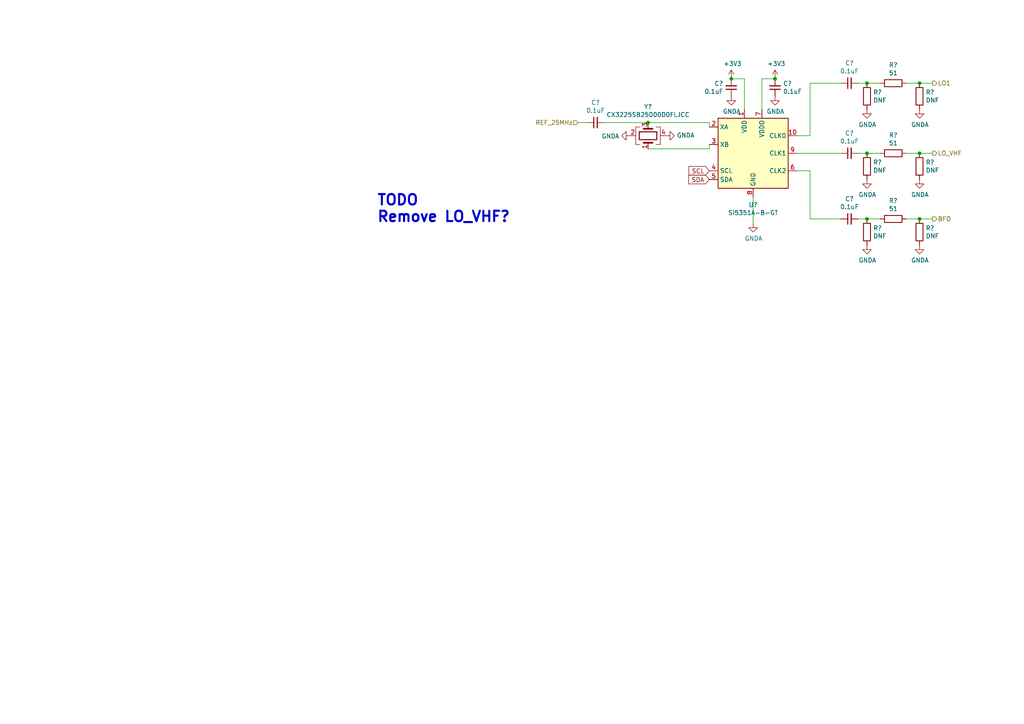
<source format=kicad_sch>
(kicad_sch (version 20211123) (generator eeschema)
  (paper "A4")
  (title_block (title "DART-70 TRX") (date "2023-01-08") (rev "0") (company "HB9EGM") (comment 1 "A 4m Band SSB/CW Transceiver"))
  (lib_symbols
    (symbol "Device:C_Small" (pin_numbers hide) (pin_names (offset 0.254) hide)
      (property "Reference" "C" (at 0.254 1.778 0))
      (property "Value" "C_Small" (at 0.254 -2.032 0))
      (symbol "C_Small_0_1"
        (polyline (pts (xy -1.524 -0.508) (xy 1.524 -0.508)) (stroke (width 0.3302)))
        (polyline (pts (xy -1.524 0.508) (xy 1.524 0.508)) (stroke (width 0.3048)))
      )
      (symbol "C_Small_1_1"
        (pin passive line (at 0 2.54 270) (length 2.032) (name "~") (number "1"))
        (pin passive line (at 0 -2.54 90) (length 2.032) (name "~") (number "2"))
      )
    )
    (symbol "Device:Crystal_GND24" (pin_names (offset 1.016) hide)
      (property "Reference" "Y" (at 3.175 5.08 0))
      (property "Value" "Crystal_GND24" (at 3.175 3.175 0))
      (symbol "Crystal_GND24_0_1"
        (rectangle (start -1.143 2.54) (end 1.143 -2.54) (stroke (width 0.3048)))
        (polyline (pts (xy -2.54 0) (xy -2.032 0)))
        (polyline (pts (xy -2.032 -1.27) (xy -2.032 1.27)) (stroke (width 0.508)))
        (polyline (pts (xy 0 -3.81) (xy 0 -3.556)))
        (polyline (pts (xy 0 3.556) (xy 0 3.81)))
        (polyline (pts (xy 2.032 -1.27) (xy 2.032 1.27)) (stroke (width 0.508)))
        (polyline (pts (xy 2.032 0) (xy 2.54 0)))
        (polyline (pts (xy -2.54 -2.286) (xy -2.54 -3.556) (xy 2.54 -3.556) (xy 2.54 -2.286)))
        (polyline (pts (xy -2.54 2.286) (xy -2.54 3.556) (xy 2.54 3.556) (xy 2.54 2.286)))
      )
      (symbol "Crystal_GND24_1_1"
        (pin passive line (at -3.81 0 0) (length 1.27) (name "1") (number "1"))
        (pin passive line (at 0 5.08 270) (length 1.27) (name "2") (number "2"))
        (pin passive line (at 3.81 0 180) (length 1.27) (name "3") (number "3"))
        (pin passive line (at 0 -5.08 90) (length 1.27) (name "4") (number "4"))
      )
    )
    (symbol "Device:R" (pin_numbers hide) (pin_names (offset 0))
      (property "Reference" "R" (at 2.032 0 90))
      (property "Value" "R" (at 0 0 90))
      (symbol "R_0_1"
        (rectangle (start -1.016 -2.54) (end 1.016 2.54) (stroke (width 0.254)))
      )
      (symbol "R_1_1"
        (pin passive line (at 0 3.81 270) (length 1.27) (name "~") (number "1"))
        (pin passive line (at 0 -3.81 90) (length 1.27) (name "~") (number "2"))
      )
    )
    (symbol "Oscillator:Si5351A-B-GT"
      (property "Reference" "U" (at -8.89 11.43 0))
      (property "Value" "Si5351A-B-GT" (at -12.7 -12.7 0))
      (symbol "Si5351A-B-GT_0_1"
        (rectangle (start -10.16 10.16) (end 10.16 -10.16) (stroke (width 0.254)) (fill (type background)))
      )
      (symbol "Si5351A-B-GT_1_1"
        (pin power_in line (at -2.54 12.7 270) (length 2.54) (name "VDD") (number "1"))
        (pin output line (at 12.7 5.08 180) (length 2.54) (name "CLK0") (number "10"))
        (pin input line (at -12.7 7.62 0) (length 2.54) (name "XA") (number "2"))
        (pin input line (at -12.7 2.54 0) (length 2.54) (name "XB") (number "3"))
        (pin input line (at -12.7 -5.08 0) (length 2.54) (name "SCL") (number "4"))
        (pin bidirectional line (at -12.7 -7.62 0) (length 2.54) (name "SDA") (number "5"))
        (pin output line (at 12.7 -5.08 180) (length 2.54) (name "CLK2") (number "6"))
        (pin power_in line (at 2.54 12.7 270) (length 2.54) (name "VDDO") (number "7"))
        (pin power_in line (at 0 -12.7 90) (length 2.54) (name "GND") (number "8"))
        (pin output line (at 12.7 0 180) (length 2.54) (name "CLK1") (number "9"))
      )
    )
    (symbol "power:+3.3V" (power) (pin_names (offset 0))
      (property "Value" "+3.3V" (at 0 3.556 0))
      (symbol "+3.3V_0_1"
        (polyline (pts (xy -0.762 1.27) (xy 0 2.54)))
        (polyline (pts (xy 0 0) (xy 0 2.54)))
        (polyline (pts (xy 0 2.54) (xy 0.762 1.27)))
      )
      (symbol "+3.3V_1_1"
        (pin power_in line (at 0 0 90) (length 0) hide (name "+3V3") (number "1"))
      )
    )
    (symbol "power:GNDA" (power) (pin_names (offset 0))
      (property "Value" "GNDA" (at 0 -3.81 0))
      (symbol "GNDA_0_1"
        (polyline (pts (xy 0 0) (xy 0 -1.27) (xy 1.27 -1.27) (xy 0 -2.54) (xy -1.27 -1.27) (xy 0 -1.27)))
      )
      (symbol "GNDA_1_1"
        (pin power_in line (at 0 0 270) (length 0) hide (name "GNDA") (number "1"))
      )
    )
  )
  (junction (at 266.7 24.13))
  (junction (at 224.79 22.86))
  (junction (at 187.96 35.56))
  (junction (at 251.46 63.5))
  (junction (at 266.7 44.45))
  (junction (at 266.7 63.5))
  (junction (at 212.09 22.86))
  (junction (at 251.46 44.45))
  (junction (at 251.46 24.13))
  (wire (pts (xy 234.95 39.37) (xy 231.14 39.37)))
  (wire (pts (xy 187.96 43.18) (xy 205.74 43.18)))
  (wire (pts (xy 255.27 24.13) (xy 251.46 24.13)))
  (wire (pts (xy 170.18 35.56) (xy 167.64 35.56)))
  (wire (pts (xy 218.44 57.15) (xy 218.44 64.77)))
  (wire (pts (xy 234.95 49.53) (xy 231.14 49.53)))
  (wire (pts (xy 266.7 24.13) (xy 262.89 24.13)))
  (wire (pts (xy 187.96 35.56) (xy 205.74 35.56)))
  (wire (pts (xy 255.27 44.45) (xy 251.46 44.45)))
  (wire (pts (xy 266.7 44.45) (xy 262.89 44.45)))
  (wire (pts (xy 205.74 43.18) (xy 205.74 41.91)))
  (wire (pts (xy 270.51 24.13) (xy 266.7 24.13)))
  (wire (pts (xy 215.9 22.86) (xy 215.9 31.75)))
  (wire (pts (xy 266.7 63.5) (xy 262.89 63.5)))
  (wire (pts (xy 224.79 22.86) (xy 220.98 22.86)))
  (wire (pts (xy 270.51 63.5) (xy 266.7 63.5)))
  (wire (pts (xy 212.09 22.86) (xy 215.9 22.86)))
  (wire (pts (xy 270.51 44.45) (xy 266.7 44.45)))
  (wire (pts (xy 243.84 63.5) (xy 234.95 63.5)))
  (wire (pts (xy 234.95 63.5) (xy 234.95 49.53)))
  (wire (pts (xy 220.98 22.86) (xy 220.98 31.75)))
  (wire (pts (xy 255.27 63.5) (xy 251.46 63.5)))
  (wire (pts (xy 248.92 63.5) (xy 251.46 63.5)))
  (wire (pts (xy 251.46 44.45) (xy 248.92 44.45)))
  (wire (pts (xy 251.46 24.13) (xy 248.92 24.13)))
  (wire (pts (xy 234.95 24.13) (xy 234.95 39.37)))
  (wire (pts (xy 231.14 44.45) (xy 243.84 44.45)))
  (wire (pts (xy 175.26 35.56) (xy 187.96 35.56)))
  (wire (pts (xy 243.84 24.13) (xy 234.95 24.13)))
  (wire (pts (xy 205.74 35.56) (xy 205.74 36.83)))
  (text "TODO\nRemove LO_VHF?" (at 109.22 64.77 0) (effects (font (size 3 3) (thickness 0.6) bold) (justify left bottom)))
  (global_label "SDA" (shape input) (at 205.74 52.07 180) (property "Intersheet References" "${INTERSHEET_REFS}" (effects hide)))
  (global_label "SCL" (shape input) (at 205.74 49.53 180) (property "Intersheet References" "${INTERSHEET_REFS}" (effects hide)))
  (hierarchical_label "LO_VHF" (shape output) (at 270.51 44.45 0))
  (hierarchical_label "BFO" (shape output) (at 270.51 63.5 0))
  (hierarchical_label "REF_25MHz" (shape input) (at 167.64 35.56 180))
  (hierarchical_label "LO1" (shape output) (at 270.51 24.13 0))
  (symbol (lib_id "Oscillator:Si5351A-B-GT") (at 218.44 44.45 0) (unit 1)
    (property "Reference" "U?" (at 218.44 59.4106 0))
    (property "Value" "Si5351A-B-GT" (at 218.44 61.722 0))
    (property "Footprint" "Package_SO:MSOP-10_3x3mm_P0.5mm" (effects hide))
    (property "Datasheet" "https://www.silabs.com/documents/public/data-sheets/Si5351-B.pdf" (effects hide))
    (property "MPN" "Si5351A-B-GT" (effects hide))
    (property "Need_order" "1" (effects hide))
  )
  (symbol (lib_id "power:GNDA") (at 218.44 64.77 0) (unit 1)
    (property "Reference" "#PWR?" (effects hide))
    (property "Value" "GNDA" (at 218.567 69.1642 0))
  )
  (symbol (lib_id "power:+3.3V") (at 212.09 22.86 0) (unit 1)
    (property "Reference" "#PWR?" (effects hide))
    (property "Value" "+3.3V" (at 212.471 18.4658 0))
  )
  (symbol (lib_id "power:+3.3V") (at 224.79 22.86 0) (unit 1)
    (property "Reference" "#PWR?" (effects hide))
    (property "Value" "+3.3V" (at 225.171 18.4658 0))
  )
  (symbol (lib_id "Device:R") (at 251.46 27.94 0) (unit 1)
    (property "Reference" "R?" (at 253.238 26.7716 0) (effects (justify left)))
    (property "Value" "DNF" (at 253.238 29.083 0) (effects (justify left)))
    (property "Footprint" "Resistor_SMD:R_0603_1608Metric_Pad1.05x0.95mm_HandSolder" (effects hide))
    (property "Need_order" "0" (effects hide))
  )
  (symbol (lib_id "Device:R") (at 259.08 24.13 90) (unit 1)
    (property "Reference" "R?" (at 259.08 18.8722 90))
    (property "Value" "51" (at 259.08 21.1836 90))
    (property "Footprint" "Resistor_SMD:R_0603_1608Metric_Pad1.05x0.95mm_HandSolder" (effects hide))
    (property "Need_order" "0" (effects hide))
  )
  (symbol (lib_id "Device:R") (at 266.7 27.94 0) (unit 1)
    (property "Reference" "R?" (at 268.478 26.7716 0) (effects (justify left)))
    (property "Value" "DNF" (at 268.478 29.083 0) (effects (justify left)))
    (property "Footprint" "Resistor_SMD:R_0603_1608Metric_Pad1.05x0.95mm_HandSolder" (effects hide))
    (property "Need_order" "0" (effects hide))
  )
  (symbol (lib_id "power:GNDA") (at 251.46 31.75 0) (unit 1)
    (property "Reference" "#PWR?" (effects hide))
    (property "Value" "GNDA" (at 251.587 36.1442 0))
  )
  (symbol (lib_id "power:GNDA") (at 266.7 31.75 0) (unit 1)
    (property "Reference" "#PWR?" (effects hide))
    (property "Value" "GNDA" (at 266.827 36.1442 0))
  )
  (symbol (lib_id "Device:Crystal_GND24") (at 187.96 39.37 90) (unit 1)
    (property "Reference" "Y?" (at 187.96 30.9626 90))
    (property "Value" "CX3225SB25000D0FLJCC" (at 187.96 33.274 90))
    (property "Footprint" "picardy:CX3225SB" (effects hide))
    (property "MPN" "CX3225SB25000DFPLCC" (effects hide))
    (property "Need_order" "1" (effects hide))
  )
  (symbol (lib_id "power:GNDA") (at 193.04 39.37 90) (unit 1)
    (property "Reference" "#PWR?" (effects hide))
    (property "Value" "GNDA" (at 196.2912 39.243 90) (effects (justify right)))
  )
  (symbol (lib_id "power:GNDA") (at 182.88 39.37 270) (unit 1)
    (property "Reference" "#PWR?" (effects hide))
    (property "Value" "GNDA" (at 179.6542 39.497 90) (effects (justify right)))
  )
  (symbol (lib_id "Device:C_Small") (at 224.79 25.4 180) (unit 1)
    (property "Reference" "C?" (at 227.1268 24.2316 0) (effects (justify right)))
    (property "Value" "0.1uF" (at 227.1268 26.543 0) (effects (justify right)))
    (property "Footprint" "Capacitor_SMD:C_0603_1608Metric_Pad1.05x0.95mm_HandSolder" (effects hide))
    (property "MPN" "GRM188R71H104KA93D" (effects hide))
    (property "Need_order" "0" (effects hide))
  )
  (symbol (lib_id "Device:C_Small") (at 212.09 25.4 180) (unit 1)
    (property "Reference" "C?" (at 209.7786 24.2316 0) (effects (justify left)))
    (property "Value" "0.1uF" (at 209.7786 26.543 0) (effects (justify left)))
    (property "Footprint" "Capacitor_SMD:C_0603_1608Metric_Pad1.05x0.95mm_HandSolder" (effects hide))
    (property "MPN" "GRM188R71H104KA93D" (effects hide))
    (property "Need_order" "0" (effects hide))
  )
  (symbol (lib_id "power:GNDA") (at 224.79 27.94 0) (unit 1)
    (property "Reference" "#PWR?" (effects hide))
    (property "Value" "GNDA" (at 224.917 32.3342 0))
  )
  (symbol (lib_id "power:GNDA") (at 212.09 27.94 0) (unit 1)
    (property "Reference" "#PWR?" (effects hide))
    (property "Value" "GNDA" (at 212.217 32.3342 0))
  )
  (symbol (lib_id "Device:C_Small") (at 172.72 35.56 90) (unit 1)
    (property "Reference" "C?" (at 172.72 29.7434 90))
    (property "Value" "0.1uF" (at 172.72 32.0548 90))
    (property "Footprint" "Capacitor_SMD:C_0603_1608Metric_Pad1.05x0.95mm_HandSolder" (effects hide))
    (property "MPN" "GRM188R71H104KA93D" (effects hide))
    (property "Need_order" "0" (effects hide))
  )
  (symbol (lib_id "Device:R") (at 251.46 48.26 0) (unit 1)
    (property "Reference" "R?" (at 253.238 47.0916 0) (effects (justify left)))
    (property "Value" "DNF" (at 253.238 49.403 0) (effects (justify left)))
    (property "Footprint" "Resistor_SMD:R_0603_1608Metric_Pad1.05x0.95mm_HandSolder" (effects hide))
    (property "Need_order" "0" (effects hide))
  )
  (symbol (lib_id "Device:R") (at 259.08 44.45 90) (unit 1)
    (property "Reference" "R?" (at 259.08 39.1922 90))
    (property "Value" "51" (at 259.08 41.5036 90))
    (property "Footprint" "Resistor_SMD:R_0603_1608Metric_Pad1.05x0.95mm_HandSolder" (effects hide))
    (property "Need_order" "0" (effects hide))
  )
  (symbol (lib_id "Device:R") (at 266.7 48.26 0) (unit 1)
    (property "Reference" "R?" (at 268.478 47.0916 0) (effects (justify left)))
    (property "Value" "DNF" (at 268.478 49.403 0) (effects (justify left)))
    (property "Footprint" "Resistor_SMD:R_0603_1608Metric_Pad1.05x0.95mm_HandSolder" (effects hide))
    (property "Need_order" "0" (effects hide))
  )
  (symbol (lib_id "power:GNDA") (at 266.7 52.07 0) (unit 1)
    (property "Reference" "#PWR?" (effects hide))
    (property "Value" "GNDA" (at 266.827 56.4642 0))
  )
  (symbol (lib_id "power:GNDA") (at 251.46 52.07 0) (unit 1)
    (property "Reference" "#PWR?" (effects hide))
    (property "Value" "GNDA" (at 251.587 56.4642 0))
  )
  (symbol (lib_id "Device:R") (at 251.46 67.31 0) (unit 1)
    (property "Reference" "R?" (at 253.238 66.1416 0) (effects (justify left)))
    (property "Value" "DNF" (at 253.238 68.453 0) (effects (justify left)))
    (property "Footprint" "Resistor_SMD:R_0603_1608Metric_Pad1.05x0.95mm_HandSolder" (effects hide))
    (property "Need_order" "0" (effects hide))
  )
  (symbol (lib_id "Device:R") (at 259.08 63.5 90) (unit 1)
    (property "Reference" "R?" (at 259.08 58.2422 90))
    (property "Value" "51" (at 259.08 60.5536 90))
    (property "Footprint" "Resistor_SMD:R_0603_1608Metric_Pad1.05x0.95mm_HandSolder" (effects hide))
    (property "Need_order" "0" (effects hide))
  )
  (symbol (lib_id "Device:R") (at 266.7 67.31 0) (unit 1)
    (property "Reference" "R?" (at 268.478 66.1416 0) (effects (justify left)))
    (property "Value" "DNF" (at 268.478 68.453 0) (effects (justify left)))
    (property "Footprint" "Resistor_SMD:R_0603_1608Metric_Pad1.05x0.95mm_HandSolder" (effects hide))
    (property "Need_order" "0" (effects hide))
  )
  (symbol (lib_id "power:GNDA") (at 266.7 71.12 0) (unit 1)
    (property "Reference" "#PWR?" (effects hide))
    (property "Value" "GNDA" (at 266.827 75.5142 0))
  )
  (symbol (lib_id "power:GNDA") (at 251.46 71.12 0) (unit 1)
    (property "Reference" "#PWR?" (effects hide))
    (property "Value" "GNDA" (at 251.587 75.5142 0))
  )
  (symbol (lib_id "Device:C_Small") (at 246.38 24.13 90) (unit 1)
    (property "Reference" "C?" (at 246.38 18.3134 90))
    (property "Value" "0.1uF" (at 246.38 20.6248 90))
    (property "Footprint" "Capacitor_SMD:C_0603_1608Metric_Pad1.05x0.95mm_HandSolder" (effects hide))
    (property "MPN" "GRM188R71H104KA93D" (effects hide))
    (property "Need_order" "0" (effects hide))
  )
  (symbol (lib_id "Device:C_Small") (at 246.38 44.45 90) (unit 1)
    (property "Reference" "C?" (at 246.38 38.6334 90))
    (property "Value" "0.1uF" (at 246.38 40.9448 90))
    (property "Footprint" "Capacitor_SMD:C_0603_1608Metric_Pad1.05x0.95mm_HandSolder" (effects hide))
    (property "MPN" "GRM188R71H104KA93D" (effects hide))
    (property "Need_order" "0" (effects hide))
  )
  (symbol (lib_id "Device:C_Small") (at 246.38 63.5 90) (unit 1)
    (property "Reference" "C?" (at 246.38 57.6834 90))
    (property "Value" "0.1uF" (at 246.38 59.9948 90))
    (property "Footprint" "Capacitor_SMD:C_0603_1608Metric_Pad1.05x0.95mm_HandSolder" (effects hide))
    (property "MPN" "GRM188R71H104KA93D" (effects hide))
    (property "Need_order" "0" (effects hide))
  )
)
</source>
